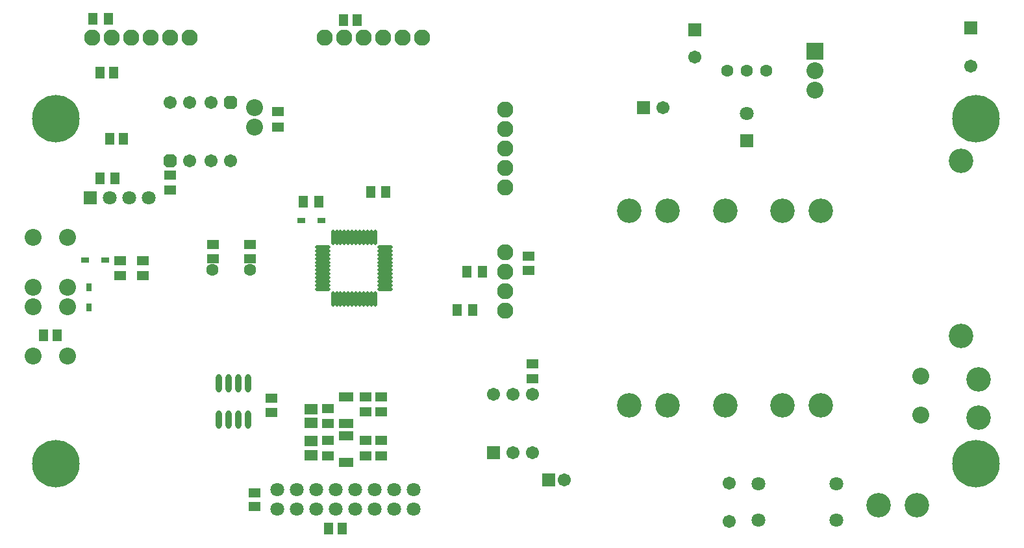
<source format=gbs>
%FSLAX24Y24*%
%MOIN*%
G70*
G01*
G75*
G04 Layer_Color=16711935*
%ADD10R,0.0453X0.0571*%
%ADD11R,0.0551X0.0413*%
%ADD12R,0.0413X0.0551*%
%ADD13R,0.0551X0.0374*%
%ADD14O,0.0236X0.0571*%
%ADD15R,0.0374X0.0551*%
%ADD16R,0.0551X0.0354*%
%ADD17R,0.0394X0.0236*%
G04:AMPARAMS|DCode=18|XSize=55mil|YSize=60mil|CornerRadius=13.8mil|HoleSize=0mil|Usage=FLASHONLY|Rotation=90.000|XOffset=0mil|YOffset=0mil|HoleType=Round|Shape=RoundedRectangle|*
%AMROUNDEDRECTD18*
21,1,0.0550,0.0325,0,0,90.0*
21,1,0.0275,0.0600,0,0,90.0*
1,1,0.0275,0.0163,0.0138*
1,1,0.0275,0.0163,-0.0138*
1,1,0.0275,-0.0163,-0.0138*
1,1,0.0275,-0.0163,0.0138*
%
%ADD18ROUNDEDRECTD18*%
G04:AMPARAMS|DCode=19|XSize=39.4mil|YSize=98.4mil|CornerRadius=9.8mil|HoleSize=0mil|Usage=FLASHONLY|Rotation=270.000|XOffset=0mil|YOffset=0mil|HoleType=Round|Shape=RoundedRectangle|*
%AMROUNDEDRECTD19*
21,1,0.0394,0.0787,0,0,270.0*
21,1,0.0197,0.0984,0,0,270.0*
1,1,0.0197,-0.0394,-0.0098*
1,1,0.0197,-0.0394,0.0098*
1,1,0.0197,0.0394,0.0098*
1,1,0.0197,0.0394,-0.0098*
%
%ADD19ROUNDEDRECTD19*%
G04:AMPARAMS|DCode=20|XSize=39.4mil|YSize=98.4mil|CornerRadius=9.8mil|HoleSize=0mil|Usage=FLASHONLY|Rotation=180.000|XOffset=0mil|YOffset=0mil|HoleType=Round|Shape=RoundedRectangle|*
%AMROUNDEDRECTD20*
21,1,0.0394,0.0787,0,0,180.0*
21,1,0.0197,0.0984,0,0,180.0*
1,1,0.0197,-0.0098,0.0394*
1,1,0.0197,0.0098,0.0394*
1,1,0.0197,0.0098,-0.0394*
1,1,0.0197,-0.0098,-0.0394*
%
%ADD20ROUNDEDRECTD20*%
%ADD21R,0.0551X0.0413*%
%ADD22O,0.0236X0.0866*%
%ADD23R,0.0236X0.0394*%
%ADD24C,0.0197*%
%ADD25C,0.0118*%
%ADD26C,0.0315*%
%ADD27C,0.0394*%
%ADD28C,0.0100*%
%ADD29C,0.0295*%
%ADD30C,0.0630*%
%ADD31C,0.0748*%
%ADD32C,0.0551*%
%ADD33C,0.0591*%
G04:AMPARAMS|DCode=34|XSize=59.1mil|YSize=59.1mil|CornerRadius=0mil|HoleSize=0mil|Usage=FLASHONLY|Rotation=90.000|XOffset=0mil|YOffset=0mil|HoleType=Round|Shape=Octagon|*
%AMOCTAGOND34*
4,1,8,0.0148,0.0295,-0.0148,0.0295,-0.0295,0.0148,-0.0295,-0.0148,-0.0148,-0.0295,0.0148,-0.0295,0.0295,-0.0148,0.0295,0.0148,0.0148,0.0295,0.0*
%
%ADD34OCTAGOND34*%

%ADD35C,0.1181*%
%ADD36R,0.0787X0.0787*%
%ADD37C,0.0787*%
%ADD38C,0.2362*%
%ADD39R,0.0591X0.0591*%
%ADD40R,0.0591X0.0591*%
%ADD41R,0.0630X0.0630*%
%ADD42R,0.0591X0.0591*%
%ADD43C,0.0591*%
%ADD44R,0.0630X0.0630*%
%ADD45C,0.0500*%
%ADD46O,0.0709X0.0118*%
%ADD47O,0.0118X0.0709*%
%ADD48R,0.0354X0.0197*%
%ADD49R,0.0197X0.0354*%
%ADD50R,0.0689X0.0394*%
%ADD51R,0.0571X0.0453*%
%ADD52C,0.0236*%
%ADD53C,0.0098*%
%ADD54C,0.0079*%
%ADD55C,0.0039*%
%ADD56C,0.0200*%
%ADD57C,0.0050*%
%ADD58C,0.0059*%
%ADD59R,0.9850X0.0500*%
%ADD60R,0.6100X0.0484*%
%ADD61R,0.0600X0.0200*%
%ADD62R,0.0533X0.0651*%
%ADD63R,0.0631X0.0493*%
%ADD64R,0.0493X0.0631*%
%ADD65R,0.0631X0.0454*%
%ADD66O,0.0316X0.0651*%
%ADD67R,0.0454X0.0631*%
%ADD68R,0.0631X0.0434*%
%ADD69R,0.0474X0.0316*%
G04:AMPARAMS|DCode=70|XSize=63mil|YSize=68mil|CornerRadius=17.8mil|HoleSize=0mil|Usage=FLASHONLY|Rotation=90.000|XOffset=0mil|YOffset=0mil|HoleType=Round|Shape=RoundedRectangle|*
%AMROUNDEDRECTD70*
21,1,0.0630,0.0325,0,0,90.0*
21,1,0.0275,0.0680,0,0,90.0*
1,1,0.0355,0.0163,0.0138*
1,1,0.0355,0.0163,-0.0138*
1,1,0.0355,-0.0163,-0.0138*
1,1,0.0355,-0.0163,0.0138*
%
%ADD70ROUNDEDRECTD70*%
G04:AMPARAMS|DCode=71|XSize=47.4mil|YSize=106.4mil|CornerRadius=13.8mil|HoleSize=0mil|Usage=FLASHONLY|Rotation=270.000|XOffset=0mil|YOffset=0mil|HoleType=Round|Shape=RoundedRectangle|*
%AMROUNDEDRECTD71*
21,1,0.0474,0.0787,0,0,270.0*
21,1,0.0197,0.1064,0,0,270.0*
1,1,0.0277,-0.0394,-0.0098*
1,1,0.0277,-0.0394,0.0098*
1,1,0.0277,0.0394,0.0098*
1,1,0.0277,0.0394,-0.0098*
%
%ADD71ROUNDEDRECTD71*%
G04:AMPARAMS|DCode=72|XSize=47.4mil|YSize=106.4mil|CornerRadius=13.8mil|HoleSize=0mil|Usage=FLASHONLY|Rotation=180.000|XOffset=0mil|YOffset=0mil|HoleType=Round|Shape=RoundedRectangle|*
%AMROUNDEDRECTD72*
21,1,0.0474,0.0787,0,0,180.0*
21,1,0.0197,0.1064,0,0,180.0*
1,1,0.0277,-0.0098,0.0394*
1,1,0.0277,0.0098,0.0394*
1,1,0.0277,0.0098,-0.0394*
1,1,0.0277,-0.0098,-0.0394*
%
%ADD72ROUNDEDRECTD72*%
%ADD73R,0.0631X0.0493*%
%ADD74O,0.0316X0.0946*%
%ADD75R,0.0316X0.0474*%
%ADD76C,0.0710*%
%ADD77C,0.0828*%
%ADD78C,0.0631*%
%ADD79C,0.0671*%
G04:AMPARAMS|DCode=80|XSize=67.1mil|YSize=67.1mil|CornerRadius=0mil|HoleSize=0mil|Usage=FLASHONLY|Rotation=90.000|XOffset=0mil|YOffset=0mil|HoleType=Round|Shape=Octagon|*
%AMOCTAGOND80*
4,1,8,0.0168,0.0335,-0.0168,0.0335,-0.0335,0.0168,-0.0335,-0.0168,-0.0168,-0.0335,0.0168,-0.0335,0.0335,-0.0168,0.0335,0.0168,0.0168,0.0335,0.0*
%
%ADD80OCTAGOND80*%

%ADD81C,0.1261*%
%ADD82R,0.0867X0.0867*%
%ADD83C,0.0867*%
%ADD84C,0.2442*%
%ADD85R,0.0671X0.0671*%
%ADD86R,0.0671X0.0671*%
%ADD87R,0.0710X0.0710*%
%ADD88R,0.0671X0.0671*%
%ADD89C,0.0671*%
%ADD90R,0.0710X0.0710*%
%ADD91O,0.0789X0.0198*%
%ADD92O,0.0198X0.0789*%
%ADD93R,0.0434X0.0277*%
%ADD94R,0.0277X0.0434*%
%ADD95R,0.0769X0.0474*%
%ADD96R,0.0651X0.0533*%
D63*
X27150Y13546D02*
D03*
Y14254D02*
D03*
X28000Y18396D02*
D03*
Y19104D02*
D03*
X25000Y27004D02*
D03*
Y26296D02*
D03*
X26900Y27004D02*
D03*
Y26296D02*
D03*
X41200Y25696D02*
D03*
Y26404D02*
D03*
D64*
X16296Y22350D02*
D03*
X17004D02*
D03*
X19196Y35850D02*
D03*
X19904D02*
D03*
X30946Y12400D02*
D03*
X31654D02*
D03*
X19696Y32450D02*
D03*
X20404D02*
D03*
X32404Y38550D02*
D03*
X31696D02*
D03*
D65*
X20250Y25406D02*
D03*
Y26194D02*
D03*
X21400D02*
D03*
Y25406D02*
D03*
X22800Y29806D02*
D03*
Y30594D02*
D03*
X33650Y19194D02*
D03*
Y18406D02*
D03*
X32850D02*
D03*
Y19194D02*
D03*
X30900Y18594D02*
D03*
Y17806D02*
D03*
X33650Y16944D02*
D03*
Y16156D02*
D03*
X32850D02*
D03*
Y16944D02*
D03*
X30900D02*
D03*
Y16156D02*
D03*
X41400Y20106D02*
D03*
Y20894D02*
D03*
X28350Y33844D02*
D03*
Y33056D02*
D03*
D67*
X29656Y29200D02*
D03*
X30444D02*
D03*
X18856Y38600D02*
D03*
X19644D02*
D03*
X19206Y30400D02*
D03*
X19994D02*
D03*
X38844Y25600D02*
D03*
X38056D02*
D03*
X38344Y23650D02*
D03*
X37556D02*
D03*
X33894Y29700D02*
D03*
X33106D02*
D03*
D74*
X26800Y18005D02*
D03*
X26300D02*
D03*
X25800D02*
D03*
X25300D02*
D03*
X26800Y19895D02*
D03*
X26300D02*
D03*
X25800D02*
D03*
X25300D02*
D03*
D76*
X57000Y12850D02*
D03*
X53000D02*
D03*
X57000Y14700D02*
D03*
X53000D02*
D03*
X32300Y13400D02*
D03*
Y14400D02*
D03*
X31300Y13400D02*
D03*
Y14400D02*
D03*
X30300Y13400D02*
D03*
Y14400D02*
D03*
X29300D02*
D03*
Y13400D02*
D03*
X28300Y14400D02*
D03*
Y13400D02*
D03*
X35300D02*
D03*
Y14400D02*
D03*
X34300D02*
D03*
Y13400D02*
D03*
X33300Y14400D02*
D03*
Y13400D02*
D03*
X52400Y33739D02*
D03*
X21700Y29400D02*
D03*
X20700D02*
D03*
X19700D02*
D03*
D77*
X40000Y29950D02*
D03*
Y30950D02*
D03*
Y31950D02*
D03*
Y32950D02*
D03*
X40002Y33950D02*
D03*
X18800Y37650D02*
D03*
X19800D02*
D03*
X20800D02*
D03*
X21800D02*
D03*
X22800D02*
D03*
X23800D02*
D03*
X30750D02*
D03*
X31750D02*
D03*
X32750D02*
D03*
X33750D02*
D03*
X34750D02*
D03*
X35750D02*
D03*
X40000Y26600D02*
D03*
Y25600D02*
D03*
Y24600D02*
D03*
Y23600D02*
D03*
D78*
X26911Y25700D02*
D03*
X24989D02*
D03*
X52400Y35950D02*
D03*
X51400D02*
D03*
X53400D02*
D03*
D79*
X22800Y34300D02*
D03*
X23800D02*
D03*
Y31300D02*
D03*
X25900D02*
D03*
X24900D02*
D03*
Y34300D02*
D03*
X51500Y12766D02*
D03*
Y14734D02*
D03*
X43044Y14900D02*
D03*
X63900Y36166D02*
D03*
X49750Y36661D02*
D03*
X48100Y34050D02*
D03*
X40400Y19300D02*
D03*
D80*
X22800Y31300D02*
D03*
X25900Y34300D02*
D03*
D81*
X63400Y22300D02*
D03*
Y31300D02*
D03*
X48347Y28750D02*
D03*
X46379D02*
D03*
X56221Y18750D02*
D03*
X51300D02*
D03*
X48347D02*
D03*
X46379D02*
D03*
X54253D02*
D03*
X51300Y28750D02*
D03*
X54253D02*
D03*
X56221D02*
D03*
X59166Y13600D02*
D03*
X61134D02*
D03*
X64300Y18116D02*
D03*
Y20084D02*
D03*
D82*
X55900Y36950D02*
D03*
D83*
Y35950D02*
D03*
Y34950D02*
D03*
X27150Y34050D02*
D03*
Y33050D02*
D03*
X61350Y20250D02*
D03*
Y18250D02*
D03*
X15764Y23830D02*
D03*
X17536D02*
D03*
Y21270D02*
D03*
X15764D02*
D03*
Y27380D02*
D03*
X17536D02*
D03*
Y24820D02*
D03*
X15764D02*
D03*
D84*
X16929Y33465D02*
D03*
Y15748D02*
D03*
X64173D02*
D03*
Y33465D02*
D03*
D85*
X42256Y14900D02*
D03*
X47100Y34050D02*
D03*
D86*
X63900Y38134D02*
D03*
X49750Y38039D02*
D03*
D87*
X52400Y32361D02*
D03*
D88*
X39400Y16300D02*
D03*
D89*
X40400D02*
D03*
X41400D02*
D03*
Y19300D02*
D03*
X39400D02*
D03*
D90*
X18700Y29400D02*
D03*
D91*
X30656Y24717D02*
D03*
Y24914D02*
D03*
Y25111D02*
D03*
Y25308D02*
D03*
Y25505D02*
D03*
Y25702D02*
D03*
Y25898D02*
D03*
Y26095D02*
D03*
Y26292D02*
D03*
Y26489D02*
D03*
Y26686D02*
D03*
Y26883D02*
D03*
X33844D02*
D03*
Y26686D02*
D03*
Y26489D02*
D03*
Y26292D02*
D03*
Y26095D02*
D03*
Y25898D02*
D03*
Y25702D02*
D03*
Y25505D02*
D03*
Y25308D02*
D03*
Y25111D02*
D03*
Y24914D02*
D03*
Y24717D02*
D03*
D92*
X31167Y27394D02*
D03*
X31364D02*
D03*
X31561D02*
D03*
X31758D02*
D03*
X31955D02*
D03*
X32152D02*
D03*
X32348D02*
D03*
X32545D02*
D03*
X32742D02*
D03*
X32939D02*
D03*
X33136D02*
D03*
X33333D02*
D03*
Y24206D02*
D03*
X33136D02*
D03*
X32939D02*
D03*
X32742D02*
D03*
X32545D02*
D03*
X32348D02*
D03*
X32152D02*
D03*
X31955D02*
D03*
X31758D02*
D03*
X31561D02*
D03*
X31364D02*
D03*
X31167D02*
D03*
D93*
X30562Y28250D02*
D03*
X29538D02*
D03*
X19462Y26200D02*
D03*
X18438D02*
D03*
D94*
X18650Y23788D02*
D03*
Y24812D02*
D03*
D95*
X31850Y19189D02*
D03*
Y17811D02*
D03*
Y17189D02*
D03*
Y15811D02*
D03*
D96*
X30050Y17846D02*
D03*
Y18554D02*
D03*
Y16904D02*
D03*
Y16196D02*
D03*
M02*

</source>
